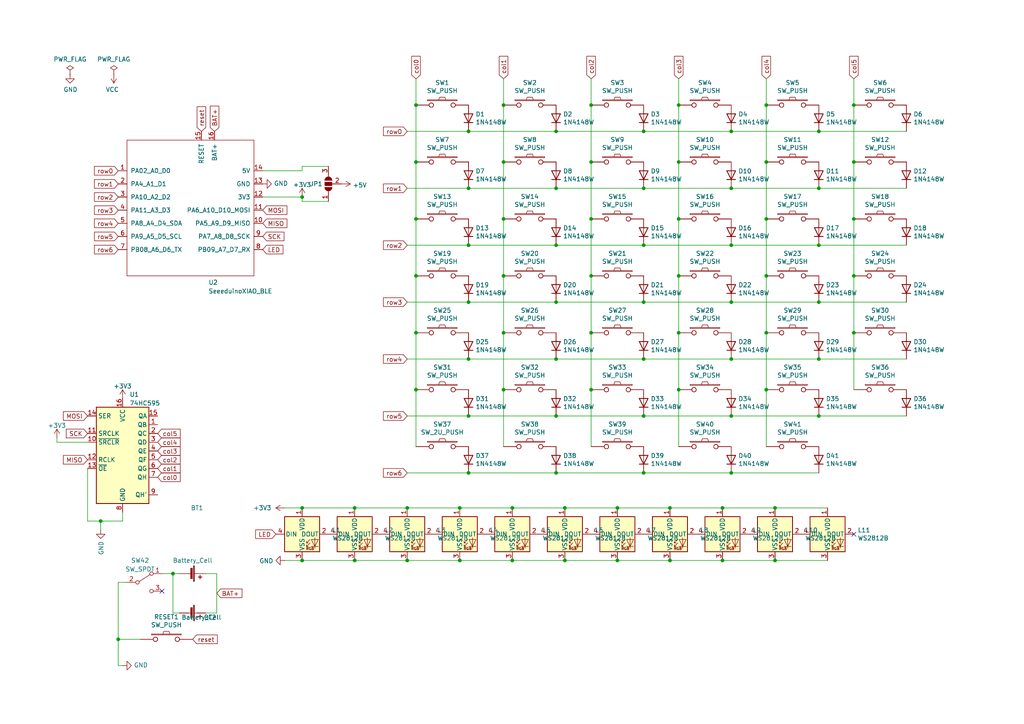
<source format=kicad_sch>
(kicad_sch (version 20231120) (generator "eeschema") (generator_version "8.0")
  (paper "A4")
  (title_block (title "REVIUNG41") (date "2019-12-18") (rev "1.3"))
  (junction (at 148.59 147.32))
  (junction (at 222.25 46.99))
  (junction (at 212.09 137.16))
  (junction (at 237.49 71.12))
  (junction (at 222.25 80.01))
  (junction (at 146.05 46.99))
  (junction (at 29.21 151.13))
  (junction (at 120.65 96.52))
  (junction (at 186.69 38.1))
  (junction (at 194.31 147.32))
  (junction (at 171.45 46.99))
  (junction (at 120.65 46.99))
  (junction (at 146.05 96.52))
  (junction (at 118.11 147.32))
  (junction (at 186.69 104.14))
  (junction (at 179.07 162.56))
  (junction (at 186.69 87.63))
  (junction (at 161.29 71.12))
  (junction (at 50.165 166.37))
  (junction (at 237.49 38.1))
  (junction (at 133.35 147.32))
  (junction (at 212.09 71.12))
  (junction (at 163.83 162.56))
  (junction (at 120.65 63.5))
  (junction (at 171.45 63.5))
  (junction (at 135.89 137.16))
  (junction (at 161.29 104.14))
  (junction (at 196.85 113.03))
  (junction (at 222.25 63.5))
  (junction (at 171.45 113.03))
  (junction (at 146.05 30.48))
  (junction (at 212.09 87.63))
  (junction (at 148.59 162.56))
  (junction (at 212.09 104.14))
  (junction (at 161.29 120.65))
  (junction (at 247.65 63.5))
  (junction (at 196.85 63.5))
  (junction (at 186.69 120.65))
  (junction (at 237.49 54.61))
  (junction (at 146.05 63.5))
  (junction (at 222.25 96.52))
  (junction (at 171.45 96.52))
  (junction (at 237.49 104.14))
  (junction (at 196.85 80.01))
  (junction (at 87.63 147.32))
  (junction (at 135.89 71.12))
  (junction (at 237.49 87.63))
  (junction (at 196.85 30.48))
  (junction (at 171.45 30.48))
  (junction (at 87.63 162.56))
  (junction (at 163.83 147.32))
  (junction (at 161.29 137.16))
  (junction (at 212.09 120.65))
  (junction (at 247.65 96.52))
  (junction (at 135.89 54.61))
  (junction (at 118.11 162.56))
  (junction (at 120.65 113.03))
  (junction (at 34.29 185.42))
  (junction (at 161.29 38.1))
  (junction (at 224.79 147.32))
  (junction (at 222.25 30.48))
  (junction (at 186.69 54.61))
  (junction (at 209.55 147.32))
  (junction (at 209.55 162.56))
  (junction (at 102.87 162.56))
  (junction (at 146.05 113.03))
  (junction (at 135.89 120.65))
  (junction (at 212.09 54.61))
  (junction (at 212.09 38.1))
  (junction (at 120.65 30.48))
  (junction (at 237.49 120.65))
  (junction (at 186.69 137.16))
  (junction (at 135.89 87.63))
  (junction (at 194.31 162.56))
  (junction (at 222.25 113.03))
  (junction (at 247.65 46.99))
  (junction (at 179.07 147.32))
  (junction (at 247.65 80.01))
  (junction (at 102.87 147.32))
  (junction (at 133.35 162.56))
  (junction (at 186.69 71.12))
  (junction (at 161.29 54.61))
  (junction (at 161.29 87.63))
  (junction (at 196.85 46.99))
  (junction (at 224.79 162.56))
  (junction (at 135.89 104.14))
  (junction (at 171.45 80.01))
  (junction (at 146.05 80.01))
  (junction (at 135.89 38.1))
  (junction (at 196.85 96.52))
  (junction (at 247.65 30.48))
  (junction (at 120.65 80.01))
  (junction (at 87.63 57.15))
  (no_connect (at 46.99 171.45))
  (no_connect (at 247.65 154.94))
  (wire (pts (xy 212.09 137.16) (xy 237.49 137.16)))
  (wire (pts (xy 135.89 54.61) (xy 161.29 54.61)))
  (wire (pts (xy 247.65 63.5) (xy 247.65 80.01)))
  (wire (pts (xy 146.05 30.48) (xy 146.05 46.99)))
  (wire (pts (xy 171.45 80.01) (xy 171.45 96.52)))
  (wire (pts (xy 50.165 166.37) (xy 50.165 177.8)))
  (wire (pts (xy 120.65 113.03) (xy 120.65 129.54)))
  (wire (pts (xy 222.25 113.03) (xy 222.25 129.54)))
  (wire (pts (xy 146.05 46.99) (xy 146.05 63.5)))
  (wire (pts (xy 50.165 166.37) (xy 52.07 166.37)))
  (wire (pts (xy 118.11 147.32) (xy 133.35 147.32)))
  (wire (pts (xy 40.64 185.42) (xy 34.29 185.42)))
  (wire (pts (xy 120.65 96.52) (xy 120.65 113.03)))
  (wire (pts (xy 146.05 63.5) (xy 146.05 80.01)))
  (wire (pts (xy 247.65 46.99) (xy 247.65 63.5)))
  (wire (pts (xy 25.4 128.27) (xy 16.51 128.27)))
  (wire (pts (xy 161.29 38.1) (xy 186.69 38.1)))
  (wire (pts (xy 171.45 113.03) (xy 171.45 129.54)))
  (wire (pts (xy 16.51 128.27) (xy 16.51 127)))
  (wire (pts (xy 163.83 147.32) (xy 179.07 147.32)))
  (wire (pts (xy 87.63 58.42) (xy 87.63 57.15)))
  (wire (pts (xy 82.55 162.56) (xy 87.63 162.56)))
  (wire (pts (xy 118.11 137.16) (xy 135.89 137.16)))
  (wire (pts (xy 50.165 177.8) (xy 52.07 177.8)))
  (wire (pts (xy 222.25 46.99) (xy 222.25 63.5)))
  (wire (pts (xy 148.59 162.56) (xy 163.83 162.56)))
  (wire (pts (xy 76.2 49.53) (xy 87.63 49.53)))
  (wire (pts (xy 196.85 113.03) (xy 196.85 129.54)))
  (wire (pts (xy 59.69 177.8) (xy 62.865 177.8)))
  (wire (pts (xy 120.65 46.99) (xy 120.65 63.5)))
  (wire (pts (xy 247.65 22.86) (xy 247.65 30.48)))
  (wire (pts (xy 135.89 87.63) (xy 161.29 87.63)))
  (wire (pts (xy 237.49 104.14) (xy 262.89 104.14)))
  (wire (pts (xy 186.69 71.12) (xy 212.09 71.12)))
  (wire (pts (xy 196.85 96.52) (xy 196.85 113.03)))
  (wire (pts (xy 95.25 48.26) (xy 87.63 48.26)))
  (wire (pts (xy 186.69 54.61) (xy 212.09 54.61)))
  (wire (pts (xy 212.09 54.61) (xy 237.49 54.61)))
  (wire (pts (xy 171.45 22.86) (xy 171.45 30.48)))
  (wire (pts (xy 171.45 96.52) (xy 171.45 113.03)))
  (wire (pts (xy 118.11 162.56) (xy 133.35 162.56)))
  (wire (pts (xy 161.29 120.65) (xy 186.69 120.65)))
  (wire (pts (xy 59.69 166.37) (xy 62.865 166.37)))
  (wire (pts (xy 36.83 168.91) (xy 34.29 168.91)))
  (wire (pts (xy 118.11 71.12) (xy 135.89 71.12)))
  (wire (pts (xy 146.05 22.86) (xy 146.05 30.48)))
  (wire (pts (xy 209.55 147.32) (xy 224.79 147.32)))
  (wire (pts (xy 46.99 166.37) (xy 50.165 166.37)))
  (wire (pts (xy 212.09 87.63) (xy 237.49 87.63)))
  (wire (pts (xy 118.11 87.63) (xy 135.89 87.63)))
  (wire (pts (xy 135.89 71.12) (xy 161.29 71.12)))
  (wire (pts (xy 163.83 162.56) (xy 179.07 162.56)))
  (wire (pts (xy 87.63 48.26) (xy 87.63 49.53)))
  (wire (pts (xy 237.49 87.63) (xy 262.89 87.63)))
  (wire (pts (xy 179.07 147.32) (xy 194.31 147.32)))
  (wire (pts (xy 25.4 151.13) (xy 29.21 151.13)))
  (wire (pts (xy 135.89 120.65) (xy 161.29 120.65)))
  (wire (pts (xy 29.21 153.67) (xy 29.21 151.13)))
  (wire (pts (xy 186.69 137.16) (xy 212.09 137.16)))
  (wire (pts (xy 224.79 147.32) (xy 240.03 147.32)))
  (wire (pts (xy 247.65 80.01) (xy 247.65 96.52)))
  (wire (pts (xy 118.11 38.1) (xy 135.89 38.1)))
  (wire (pts (xy 120.65 30.48) (xy 120.65 46.99)))
  (wire (pts (xy 212.09 38.1) (xy 237.49 38.1)))
  (wire (pts (xy 194.31 162.56) (xy 209.55 162.56)))
  (wire (pts (xy 212.09 120.65) (xy 237.49 120.65)))
  (wire (pts (xy 186.69 38.1) (xy 212.09 38.1)))
  (wire (pts (xy 161.29 104.14) (xy 186.69 104.14)))
  (wire (pts (xy 146.05 80.01) (xy 146.05 96.52)))
  (wire (pts (xy 222.25 96.52) (xy 222.25 113.03)))
  (wire (pts (xy 212.09 104.14) (xy 237.49 104.14)))
  (wire (pts (xy 133.35 162.56) (xy 148.59 162.56)))
  (wire (pts (xy 196.85 63.5) (xy 196.85 80.01)))
  (wire (pts (xy 186.69 104.14) (xy 212.09 104.14)))
  (wire (pts (xy 34.29 168.91) (xy 34.29 185.42)))
  (wire (pts (xy 118.11 104.14) (xy 135.89 104.14)))
  (wire (pts (xy 237.49 71.12) (xy 262.89 71.12)))
  (wire (pts (xy 186.69 120.65) (xy 212.09 120.65)))
  (wire (pts (xy 194.31 147.32) (xy 209.55 147.32)))
  (wire (pts (xy 35.56 151.13) (xy 29.21 151.13)))
  (wire (pts (xy 161.29 87.63) (xy 186.69 87.63)))
  (wire (pts (xy 161.29 137.16) (xy 186.69 137.16)))
  (wire (pts (xy 118.11 54.61) (xy 135.89 54.61)))
  (wire (pts (xy 171.45 46.99) (xy 171.45 63.5)))
  (wire (pts (xy 209.55 162.56) (xy 224.79 162.56)))
  (wire (pts (xy 196.85 22.86) (xy 196.85 30.48)))
  (wire (pts (xy 82.55 147.32) (xy 87.63 147.32)))
  (wire (pts (xy 237.49 38.1) (xy 262.89 38.1)))
  (wire (pts (xy 237.49 120.65) (xy 262.89 120.65)))
  (wire (pts (xy 95.25 58.42) (xy 87.63 58.42)))
  (wire (pts (xy 135.89 137.16) (xy 161.29 137.16)))
  (wire (pts (xy 222.25 30.48) (xy 222.25 46.99)))
  (wire (pts (xy 148.59 147.32) (xy 163.83 147.32)))
  (wire (pts (xy 133.35 147.32) (xy 148.59 147.32)))
  (wire (pts (xy 222.25 80.01) (xy 222.25 96.52)))
  (wire (pts (xy 186.69 87.63) (xy 212.09 87.63)))
  (wire (pts (xy 224.79 162.56) (xy 240.03 162.56)))
  (wire (pts (xy 62.865 166.37) (xy 62.865 177.8)))
  (wire (pts (xy 135.89 104.14) (xy 161.29 104.14)))
  (wire (pts (xy 120.65 63.5) (xy 120.65 80.01)))
  (wire (pts (xy 87.63 147.32) (xy 102.87 147.32)))
  (wire (pts (xy 76.2 57.15) (xy 87.63 57.15)))
  (wire (pts (xy 34.29 185.42) (xy 34.29 193.04)))
  (wire (pts (xy 212.09 71.12) (xy 237.49 71.12)))
  (wire (pts (xy 102.87 147.32) (xy 118.11 147.32)))
  (wire (pts (xy 222.25 63.5) (xy 222.25 80.01)))
  (wire (pts (xy 118.11 120.65) (xy 135.89 120.65)))
  (wire (pts (xy 196.85 30.48) (xy 196.85 46.99)))
  (wire (pts (xy 102.87 162.56) (xy 118.11 162.56)))
  (wire (pts (xy 35.56 148.59) (xy 35.56 151.13)))
  (wire (pts (xy 222.25 22.86) (xy 222.25 30.48)))
  (wire (pts (xy 35.56 193.04) (xy 34.29 193.04)))
  (wire (pts (xy 135.89 38.1) (xy 161.29 38.1)))
  (wire (pts (xy 196.85 80.01) (xy 196.85 96.52)))
  (wire (pts (xy 120.65 22.86) (xy 120.65 30.48)))
  (wire (pts (xy 146.05 113.03) (xy 146.05 129.54)))
  (wire (pts (xy 247.65 113.03) (xy 247.65 96.52)))
  (wire (pts (xy 179.07 162.56) (xy 194.31 162.56)))
  (wire (pts (xy 237.49 54.61) (xy 262.89 54.61)))
  (wire (pts (xy 171.45 63.5) (xy 171.45 80.01)))
  (wire (pts (xy 171.45 30.48) (xy 171.45 46.99)))
  (wire (pts (xy 102.87 162.56) (xy 87.63 162.56)))
  (wire (pts (xy 161.29 54.61) (xy 186.69 54.61)))
  (wire (pts (xy 196.85 46.99) (xy 196.85 63.5)))
  (wire (pts (xy 25.4 135.89) (xy 25.4 151.13)))
  (wire (pts (xy 247.65 30.48) (xy 247.65 46.99)))
  (wire (pts (xy 120.65 80.01) (xy 120.65 96.52)))
  (wire (pts (xy 146.05 96.52) (xy 146.05 113.03)))
  (wire (pts (xy 161.29 71.12) (xy 186.69 71.12)))
  (global_label "col4" (shape input) (at 222.25 22.86 90) (property "Intersheetrefs" "${INTERSHEET_REFS}" (effects (hide yes))))
  (global_label "LED" (shape input) (at 80.01 154.94 180) (property "Intersheetrefs" "${INTERSHEET_REFS}" (effects (hide yes))))
  (global_label "MISO" (shape input) (at 25.4 133.35 180) (property "Intersheetrefs" "${INTERSHEET_REFS}" (effects (hide yes))))
  (global_label "col1" (shape input) (at 45.72 135.89 0) (property "Intersheetrefs" "${INTERSHEET_REFS}" (effects (hide yes))))
  (global_label "MOSI" (shape input) (at 76.2 60.96 0) (property "Intersheetrefs" "${INTERSHEET_REFS}" (effects (hide yes))))
  (global_label "LED" (shape input) (at 76.2 72.39 0) (property "Intersheetrefs" "${INTERSHEET_REFS}" (effects (hide yes))))
  (global_label "row5" (shape input) (at 34.29 68.58 180) (property "Intersheetrefs" "${INTERSHEET_REFS}" (effects (hide yes))))
  (global_label "BAT+" (shape input) (at 62.23 38.1 90) (property "Intersheetrefs" "${INTERSHEET_REFS}" (effects (hide yes))))
  (global_label "row6" (shape input) (at 118.11 137.16 180) (property "Intersheetrefs" "${INTERSHEET_REFS}" (effects (hide yes))))
  (global_label "row1" (shape input) (at 118.11 54.61 180) (property "Intersheetrefs" "${INTERSHEET_REFS}" (effects (hide yes))))
  (global_label "row2" (shape input) (at 34.29 57.15 180) (property "Intersheetrefs" "${INTERSHEET_REFS}" (effects (hide yes))))
  (global_label "row2" (shape input) (at 118.11 71.12 180) (property "Intersheetrefs" "${INTERSHEET_REFS}" (effects (hide yes))))
  (global_label "col3" (shape input) (at 196.85 22.86 90) (property "Intersheetrefs" "${INTERSHEET_REFS}" (effects (hide yes))))
  (global_label "col5" (shape input) (at 247.65 22.86 90) (property "Intersheetrefs" "${INTERSHEET_REFS}" (effects (hide yes))))
  (global_label "row3" (shape input) (at 118.11 87.63 180) (property "Intersheetrefs" "${INTERSHEET_REFS}" (effects (hide yes))))
  (global_label "col2" (shape input) (at 171.45 22.86 90) (property "Intersheetrefs" "${INTERSHEET_REFS}" (effects (hide yes))))
  (global_label "col0" (shape input) (at 45.72 138.43 0) (property "Intersheetrefs" "${INTERSHEET_REFS}" (effects (hide yes))))
  (global_label "col0" (shape input) (at 120.65 22.86 90) (property "Intersheetrefs" "${INTERSHEET_REFS}" (effects (hide yes))))
  (global_label "col3" (shape input) (at 45.72 130.81 0) (property "Intersheetrefs" "${INTERSHEET_REFS}" (effects (hide yes))))
  (global_label "row0" (shape input) (at 118.11 38.1 180) (property "Intersheetrefs" "${INTERSHEET_REFS}" (effects (hide yes))))
  (global_label "col1" (shape input) (at 146.05 22.86 90) (property "Intersheetrefs" "${INTERSHEET_REFS}" (effects (hide yes))))
  (global_label "col4" (shape input) (at 45.72 128.27 0) (property "Intersheetrefs" "${INTERSHEET_REFS}" (effects (hide yes))))
  (global_label "col5" (shape input) (at 45.72 125.73 0) (property "Intersheetrefs" "${INTERSHEET_REFS}" (effects (hide yes))))
  (global_label "SCK" (shape input) (at 25.4 125.73 180) (property "Intersheetrefs" "${INTERSHEET_REFS}" (effects (hide yes))))
  (global_label "row1" (shape input) (at 34.29 53.34 180) (property "Intersheetrefs" "${INTERSHEET_REFS}" (effects (hide yes))))
  (global_label "MISO" (shape input) (at 76.2 64.77 0) (property "Intersheetrefs" "${INTERSHEET_REFS}" (effects (hide yes))))
  (global_label "row6" (shape input) (at 34.29 72.39 180) (property "Intersheetrefs" "${INTERSHEET_REFS}" (effects (hide yes))))
  (global_label "col2" (shape input) (at 45.72 133.35 0) (property "Intersheetrefs" "${INTERSHEET_REFS}" (effects (hide yes))))
  (global_label "row5" (shape input) (at 118.11 120.65 180) (property "Intersheetrefs" "${INTERSHEET_REFS}" (effects (hide yes))))
  (global_label "SCK" (shape input) (at 76.2 68.58 0) (property "Intersheetrefs" "${INTERSHEET_REFS}" (effects (hide yes))))
  (global_label "row0" (shape input) (at 34.29 49.53 180) (property "Intersheetrefs" "${INTERSHEET_REFS}" (effects (hide yes))))
  (global_label "BAT+" (shape input) (at 62.865 172.085 0) (property "Intersheetrefs" "${INTERSHEET_REFS}" (effects (hide yes))))
  (global_label "row3" (shape input) (at 34.29 60.96 180) (property "Intersheetrefs" "${INTERSHEET_REFS}" (effects (hide yes))))
  (global_label "reset" (shape input) (at 58.42 38.1 90) (property "Intersheetrefs" "${INTERSHEET_REFS}" (effects (hide yes))))
  (global_label "MOSI" (shape input) (at 25.4 120.65 180) (property "Intersheetrefs" "${INTERSHEET_REFS}" (effects (hide yes))))
  (global_label "row4" (shape input) (at 118.11 104.14 180) (property "Intersheetrefs" "${INTERSHEET_REFS}" (effects (hide yes))))
  (global_label "reset" (shape input) (at 55.88 185.42 0) (property "Intersheetrefs" "${INTERSHEET_REFS}" (effects (hide yes))))
  (global_label "row4" (shape input) (at 34.29 64.77 180) (property "Intersheetrefs" "${INTERSHEET_REFS}" (effects (hide yes))))
  (symbol (lib_id "power:PWR_FLAG") (at 20.32 21.59 0) (unit 1)
    (property "Reference" "#FLG01" (effects (hide yes)))
    (property "Value" "PWR_FLAG" (at 20.32 17.1958 0))
  )
  (symbol (lib_id "power:GND") (at 20.32 21.59 0) (unit 1)
    (property "Reference" "#PWR01" (effects (hide yes)))
    (property "Value" "GND" (at 20.447 25.9842 0))
  )
  (symbol (lib_id "power:PWR_FLAG") (at 33.02 21.59 0) (unit 1)
    (property "Reference" "#FLG02" (effects (hide yes)))
    (property "Value" "PWR_FLAG" (at 33.02 17.1958 0))
  )
  (symbol (lib_id "power:VCC") (at 33.02 21.59 180) (unit 1)
    (property "Reference" "#PWR02" (effects (hide yes)))
    (property "Value" "VCC" (at 32.5628 25.9842 0))
  )
  (symbol (lib_id "power:GND") (at 76.2 53.34 90) (unit 1)
    (property "Reference" "#PWR03" (effects (hide yes)))
    (property "Value" "GND" (at 79.4512 53.213 90) (effects (justify right)))
  )
  (symbol (lib_id "_reviung-kbd:SW_PUSH") (at 128.27 30.48 0) (unit 1)
    (property "Reference" "SW1" (at 128.27 24.003 0))
    (property "Value" "SW_PUSH" (at 128.27 26.3144 0))
    (property "Footprint" "_reviung-kbd:MXOnly-1U-Hotswap" (effects (hide yes)))
  )
  (symbol (lib_id "Diode:1N4148W") (at 135.89 34.29 90) (unit 1)
    (property "Reference" "D1" (at 137.922 33.1216 90) (effects (justify right)))
    (property "Value" "1N4148W" (at 137.922 35.433 90) (effects (justify right)))
    (property "Footprint" "_reviung-kbd:D3_SMD_1side" (effects (hide yes)))
    (property "Datasheet" "https://www.vishay.com/docs/85748/1n4148w.pdf" (effects (hide yes)))
  )
  (symbol (lib_id "_reviung-kbd:SW_PUSH") (at 153.67 30.48 0) (unit 1)
    (property "Reference" "SW2" (at 153.67 24.003 0))
    (property "Value" "SW_PUSH" (at 153.67 26.3144 0))
    (property "Footprint" "_reviung-kbd:MXOnly-1U-Hotswap" (effects (hide yes)))
  )
  (symbol (lib_id "Diode:1N4148W") (at 161.29 34.29 90) (unit 1)
    (property "Reference" "D2" (at 163.322 33.1216 90) (effects (justify right)))
    (property "Value" "1N4148W" (at 163.322 35.433 90) (effects (justify right)))
    (property "Footprint" "_reviung-kbd:D3_SMD_1side" (effects (hide yes)))
    (property "Datasheet" "https://www.vishay.com/docs/85748/1n4148w.pdf" (effects (hide yes)))
  )
  (symbol (lib_id "_reviung-kbd:SW_PUSH") (at 179.07 30.48 0) (unit 1)
    (property "Reference" "SW3" (at 179.07 24.003 0))
    (property "Value" "SW_PUSH" (at 179.07 26.3144 0))
    (property "Footprint" "_reviung-kbd:MXOnly-1U-Hotswap" (effects (hide yes)))
  )
  (symbol (lib_id "Diode:1N4148W") (at 186.69 34.29 90) (unit 1)
    (property "Reference" "D3" (at 188.722 33.1216 90) (effects (justify right)))
    (property "Value" "1N4148W" (at 188.722 35.433 90) (effects (justify right)))
    (property "Footprint" "_reviung-kbd:D3_SMD_1side" (effects (hide yes)))
    (property "Datasheet" "https://www.vishay.com/docs/85748/1n4148w.pdf" (effects (hide yes)))
  )
  (symbol (lib_id "_reviung-kbd:SW_PUSH") (at 204.47 30.48 0) (unit 1)
    (property "Reference" "SW4" (at 204.47 24.003 0))
    (property "Value" "SW_PUSH" (at 204.47 26.3144 0))
    (property "Footprint" "_reviung-kbd:MXOnly-1U-Hotswap" (effects (hide yes)))
  )
  (symbol (lib_id "Diode:1N4148W") (at 212.09 34.29 90) (unit 1)
    (property "Reference" "D4" (at 214.122 33.1216 90) (effects (justify right)))
    (property "Value" "1N4148W" (at 214.122 35.433 90) (effects (justify right)))
    (property "Footprint" "_reviung-kbd:D3_SMD_1side" (effects (hide yes)))
    (property "Datasheet" "https://www.vishay.com/docs/85748/1n4148w.pdf" (effects (hide yes)))
  )
  (symbol (lib_id "_reviung-kbd:SW_PUSH") (at 229.87 30.48 0) (unit 1)
    (property "Reference" "SW5" (at 229.87 24.003 0))
    (property "Value" "SW_PUSH" (at 229.87 26.3144 0))
    (property "Footprint" "_reviung-kbd:MXOnly-1U-Hotswap" (effects (hide yes)))
  )
  (symbol (lib_id "Diode:1N4148W") (at 237.49 34.29 90) (unit 1)
    (property "Reference" "D5" (at 239.522 33.1216 90) (effects (justify right)))
    (property "Value" "1N4148W" (at 239.522 35.433 90) (effects (justify right)))
    (property "Footprint" "_reviung-kbd:D3_SMD_1side" (effects (hide yes)))
    (property "Datasheet" "https://www.vishay.com/docs/85748/1n4148w.pdf" (effects (hide yes)))
  )
  (symbol (lib_id "_reviung-kbd:SW_PUSH") (at 255.27 30.48 0) (unit 1)
    (property "Reference" "SW6" (at 255.27 24.003 0))
    (property "Value" "SW_PUSH" (at 255.27 26.3144 0))
    (property "Footprint" "_reviung-kbd:MXOnly-1U-Hotswap" (effects (hide yes)))
  )
  (symbol (lib_id "Diode:1N4148W") (at 262.89 34.29 90) (unit 1)
    (property "Reference" "D6" (at 264.922 33.1216 90) (effects (justify right)))
    (property "Value" "1N4148W" (at 264.922 35.433 90) (effects (justify right)))
    (property "Footprint" "_reviung-kbd:D3_SMD_1side" (effects (hide yes)))
    (property "Datasheet" "https://www.vishay.com/docs/85748/1n4148w.pdf" (effects (hide yes)))
  )
  (symbol (lib_id "Diode:1N4148W") (at 212.09 50.8 90) (unit 1)
    (property "Reference" "D10" (at 214.122 49.6316 90) (effects (justify right)))
    (property "Value" "1N4148W" (at 214.122 51.943 90) (effects (justify right)))
    (property "Footprint" "_reviung-kbd:D3_SMD_1side" (effects (hide yes)))
    (property "Datasheet" "https://www.vishay.com/docs/85748/1n4148w.pdf" (effects (hide yes)))
  )
  (symbol (lib_id "_reviung-kbd:SW_PUSH") (at 204.47 46.99 0) (unit 1)
    (property "Reference" "SW10" (at 204.47 40.513 0))
    (property "Value" "SW_PUSH" (at 204.47 42.8244 0))
    (property "Footprint" "_reviung-kbd:MXOnly-1U-Hotswap" (effects (hide yes)))
  )
  (symbol (lib_id "Diode:1N4148W") (at 186.69 50.8 90) (unit 1)
    (property "Reference" "D9" (at 188.722 49.6316 90) (effects (justify right)))
    (property "Value" "1N4148W" (at 188.722 51.943 90) (effects (justify right)))
    (property "Footprint" "_reviung-kbd:D3_SMD_1side" (effects (hide yes)))
    (property "Datasheet" "https://www.vishay.com/docs/85748/1n4148w.pdf" (effects (hide yes)))
  )
  (symbol (lib_id "_reviung-kbd:SW_PUSH") (at 179.07 46.99 0) (unit 1)
    (property "Reference" "SW9" (at 179.07 40.513 0))
    (property "Value" "SW_PUSH" (at 179.07 42.8244 0))
    (property "Footprint" "_reviung-kbd:MXOnly-1U-Hotswap" (effects (hide yes)))
  )
  (symbol (lib_id "Diode:1N4148W") (at 161.29 50.8 90) (unit 1)
    (property "Reference" "D8" (at 163.322 49.6316 90) (effects (justify right)))
    (property "Value" "1N4148W" (at 163.322 51.943 90) (effects (justify right)))
    (property "Footprint" "_reviung-kbd:D3_SMD_1side" (effects (hide yes)))
    (property "Datasheet" "https://www.vishay.com/docs/85748/1n4148w.pdf" (effects (hide yes)))
  )
  (symbol (lib_id "_reviung-kbd:SW_PUSH") (at 153.67 46.99 0) (unit 1)
    (property "Reference" "SW8" (at 153.67 40.513 0))
    (property "Value" "SW_PUSH" (at 153.67 42.8244 0))
    (property "Footprint" "_reviung-kbd:MXOnly-1U-Hotswap" (effects (hide yes)))
  )
  (symbol (lib_id "Diode:1N4148W") (at 135.89 50.8 90) (unit 1)
    (property "Reference" "D7" (at 137.922 49.6316 90) (effects (justify right)))
    (property "Value" "1N4148W" (at 137.922 51.943 90) (effects (justify right)))
    (property "Footprint" "_reviung-kbd:D3_SMD_1side" (effects (hide yes)))
    (property "Datasheet" "https://www.vishay.com/docs/85748/1n4148w.pdf" (effects (hide yes)))
  )
  (symbol (lib_id "_reviung-kbd:SW_PUSH") (at 128.27 46.99 0) (unit 1)
    (property "Reference" "SW7" (at 128.27 40.513 0))
    (property "Value" "SW_PUSH" (at 128.27 42.8244 0))
    (property "Footprint" "_reviung-kbd:MXOnly-1U-Hotswap" (effects (hide yes)))
  )
  (symbol (lib_id "_reviung-kbd:SW_PUSH") (at 229.87 46.99 0) (unit 1)
    (property "Reference" "SW11" (at 229.87 40.513 0))
    (property "Value" "SW_PUSH" (at 229.87 42.8244 0))
    (property "Footprint" "_reviung-kbd:MXOnly-1U-Hotswap" (effects (hide yes)))
  )
  (symbol (lib_id "Diode:1N4148W") (at 237.49 50.8 90) (unit 1)
    (property "Reference" "D11" (at 239.522 49.6316 90) (effects (justify right)))
    (property "Value" "1N4148W" (at 239.522 51.943 90) (effects (justify right)))
    (property "Footprint" "_reviung-kbd:D3_SMD_1side" (effects (hide yes)))
    (property "Datasheet" "https://www.vishay.com/docs/85748/1n4148w.pdf" (effects (hide yes)))
  )
  (symbol (lib_id "_reviung-kbd:SW_PUSH") (at 255.27 46.99 0) (unit 1)
    (property "Reference" "SW12" (at 255.27 40.513 0))
    (property "Value" "SW_PUSH" (at 255.27 42.8244 0))
    (property "Footprint" "_reviung-kbd:MXOnly-1U-Hotswap" (effects (hide yes)))
  )
  (symbol (lib_id "Diode:1N4148W") (at 262.89 50.8 90) (unit 1)
    (property "Reference" "D12" (at 264.922 49.6316 90) (effects (justify right)))
    (property "Value" "1N4148W" (at 264.922 51.943 90) (effects (justify right)))
    (property "Footprint" "_reviung-kbd:D3_SMD_1side" (effects (hide yes)))
    (property "Datasheet" "https://www.vishay.com/docs/85748/1n4148w.pdf" (effects (hide yes)))
  )
  (symbol (lib_id "Diode:1N4148W") (at 212.09 67.31 90) (unit 1)
    (property "Reference" "D16" (at 214.122 66.1416 90) (effects (justify right)))
    (property "Value" "1N4148W" (at 214.122 68.453 90) (effects (justify right)))
    (property "Footprint" "_reviung-kbd:D3_SMD_1side" (effects (hide yes)))
    (property "Datasheet" "https://www.vishay.com/docs/85748/1n4148w.pdf" (effects (hide yes)))
  )
  (symbol (lib_id "_reviung-kbd:SW_PUSH") (at 204.47 63.5 0) (unit 1)
    (property "Reference" "SW16" (at 204.47 57.023 0))
    (property "Value" "SW_PUSH" (at 204.47 59.3344 0))
    (property "Footprint" "_reviung-kbd:MXOnly-1U-Hotswap" (effects (hide yes)))
  )
  (symbol (lib_id "Diode:1N4148W") (at 186.69 67.31 90) (unit 1)
    (property "Reference" "D15" (at 188.722 66.1416 90) (effects (justify right)))
    (property "Value" "1N4148W" (at 188.722 68.453 90) (effects (justify right)))
    (property "Footprint" "_reviung-kbd:D3_SMD_1side" (effects (hide yes)))
    (property "Datasheet" "https://www.vishay.com/docs/85748/1n4148w.pdf" (effects (hide yes)))
  )
  (symbol (lib_id "_reviung-kbd:SW_PUSH") (at 179.07 63.5 0) (unit 1)
    (property "Reference" "SW15" (at 179.07 57.023 0))
    (property "Value" "SW_PUSH" (at 179.07 59.3344 0))
    (property "Footprint" "_reviung-kbd:MXOnly-1U-Hotswap" (effects (hide yes)))
  )
  (symbol (lib_id "Diode:1N4148W") (at 161.29 67.31 90) (unit 1)
    (property "Reference" "D14" (at 163.322 66.1416 90) (effects (justify right)))
    (property "Value" "1N4148W" (at 163.322 68.453 90) (effects (justify right)))
    (property "Footprint" "_reviung-kbd:D3_SMD_1side" (effects (hide yes)))
    (property "Datasheet" "https://www.vishay.com/docs/85748/1n4148w.pdf" (effects (hide yes)))
  )
  (symbol (lib_id "_reviung-kbd:SW_PUSH") (at 153.67 63.5 0) (unit 1)
    (property "Reference" "SW14" (at 153.67 57.023 0))
    (property "Value" "SW_PUSH" (at 153.67 59.3344 0))
    (property "Footprint" "_reviung-kbd:MXOnly-1U-Hotswap" (effects (hide yes)))
  )
  (symbol (lib_id "Diode:1N4148W") (at 135.89 67.31 90) (unit 1)
    (property "Reference" "D13" (at 137.922 66.1416 90) (effects (justify right)))
    (property "Value" "1N4148W" (at 137.922 68.453 90) (effects (justify right)))
    (property "Footprint" "_reviung-kbd:D3_SMD_1side" (effects (hide yes)))
    (property "Datasheet" "https://www.vishay.com/docs/85748/1n4148w.pdf" (effects (hide yes)))
  )
  (symbol (lib_id "_reviung-kbd:SW_PUSH") (at 128.27 63.5 0) (unit 1)
    (property "Reference" "SW13" (at 128.27 57.023 0))
    (property "Value" "SW_PUSH" (at 128.27 59.3344 0))
    (property "Footprint" "_reviung-kbd:MXOnly-1U-Hotswap" (effects (hide yes)))
  )
  (symbol (lib_id "_reviung-kbd:SW_PUSH") (at 229.87 63.5 0) (unit 1)
    (property "Reference" "SW17" (at 229.87 57.023 0))
    (property "Value" "SW_PUSH" (at 229.87 59.3344 0))
    (property "Footprint" "_reviung-kbd:MXOnly-1U-Hotswap" (effects (hide yes)))
  )
  (symbol (lib_id "Diode:1N4148W") (at 237.49 67.31 90) (unit 1)
    (property "Reference" "D17" (at 239.522 66.1416 90) (effects (justify right)))
    (property "Value" "1N4148W" (at 239.522 68.453 90) (effects (justify right)))
    (property "Footprint" "_reviung-kbd:D3_SMD_1side" (effects (hide yes)))
    (property "Datasheet" "https://www.vishay.com/docs/85748/1n4148w.pdf" (effects (hide yes)))
  )
  (symbol (lib_id "_reviung-kbd:SW_PUSH") (at 255.27 63.5 0) (unit 1)
    (property "Reference" "SW18" (at 255.27 57.023 0))
    (property "Value" "SW_PUSH" (at 255.27 59.3344 0))
    (property "Footprint" "_reviung-kbd:MXOnly-1U-Hotswap" (effects (hide yes)))
  )
  (symbol (lib_id "Diode:1N4148W") (at 262.89 67.31 90) (unit 1)
    (property "Reference" "D18" (at 264.922 66.1416 90) (effects (justify right)))
    (property "Value" "1N4148W" (at 264.922 68.453 90) (effects (justify right)))
    (property "Footprint" "_reviung-kbd:D3_SMD_1side" (effects (hide yes)))
    (property "Datasheet" "https://www.vishay.com/docs/85748/1n4148w.pdf" (effects (hide yes)))
  )
  (symbol (lib_id "Diode:1N4148W") (at 212.09 83.82 90) (unit 1)
    (property "Reference" "D22" (at 214.122 82.6516 90) (effects (justify right)))
    (property "Value" "1N4148W" (at 214.122 84.963 90) (effects (justify right)))
    (property "Footprint" "_reviung-kbd:D3_SMD_1side" (effects (hide yes)))
    (property "Datasheet" "https://www.vishay.com/docs/85748/1n4148w.pdf" (effects (hide yes)))
  )
  (symbol (lib_id "_reviung-kbd:SW_PUSH") (at 204.47 80.01 0) (unit 1)
    (property "Reference" "SW22" (at 204.47 73.533 0))
    (property "Value" "SW_PUSH" (at 204.47 75.8444 0))
    (property "Footprint" "_reviung-kbd:MXOnly-1U-Hotswap" (effects (hide yes)))
  )
  (symbol (lib_id "Diode:1N4148W") (at 186.69 83.82 90) (unit 1)
    (property "Reference" "D21" (at 188.722 82.6516 90) (effects (justify right)))
    (property "Value" "1N4148W" (at 188.722 84.963 90) (effects (justify right)))
    (property "Footprint" "_reviung-kbd:D3_SMD_1side" (effects (hide yes)))
    (property "Datasheet" "https://www.vishay.com/docs/85748/1n4148w.pdf" (effects (hide yes)))
  )
  (symbol (lib_id "_reviung-kbd:SW_PUSH") (at 179.07 80.01 0) (unit 1)
    (property "Reference" "SW21" (at 179.07 73.533 0))
    (property "Value" "SW_PUSH" (at 179.07 75.8444 0))
    (property "Footprint" "_reviung-kbd:MXOnly-1U-Hotswap" (effects (hide yes)))
  )
  (symbol (lib_id "Diode:1N4148W") (at 161.29 83.82 90) (unit 1)
    (property "Reference" "D20" (at 163.322 82.6516 90) (effects (justify right)))
    (property "Value" "1N4148W" (at 163.322 84.963 90) (effects (justify right)))
    (property "Footprint" "_reviung-kbd:D3_SMD_1side" (effects (hide yes)))
    (property "Datasheet" "https://www.vishay.com/docs/85748/1n4148w.pdf" (effects (hide yes)))
  )
  (symbol (lib_id "_reviung-kbd:SW_PUSH") (at 153.67 80.01 0) (unit 1)
    (property "Reference" "SW20" (at 153.67 73.533 0))
    (property "Value" "SW_PUSH" (at 153.67 75.8444 0))
    (property "Footprint" "_reviung-kbd:MXOnly-1U-Hotswap" (effects (hide yes)))
  )
  (symbol (lib_id "Diode:1N4148W") (at 135.89 83.82 90) (unit 1)
    (property "Reference" "D19" (at 137.922 82.6516 90) (effects (justify right)))
    (property "Value" "1N4148W" (at 137.922 84.963 90) (effects (justify right)))
    (property "Footprint" "_reviung-kbd:D3_SMD_1side" (effects (hide yes)))
    (property "Datasheet" "https://www.vishay.com/docs/85748/1n4148w.pdf" (effects (hide yes)))
  )
  (symbol (lib_id "_reviung-kbd:SW_PUSH") (at 128.27 80.01 0) (unit 1)
    (property "Reference" "SW19" (at 128.27 73.533 0))
    (property "Value" "SW_PUSH" (at 128.27 75.8444 0))
    (property "Footprint" "_reviung-kbd:MXOnly-1U-Hotswap" (effects (hide yes)))
  )
  (symbol (lib_id "_reviung-kbd:SW_PUSH") (at 229.87 80.01 0) (unit 1)
    (property "Reference" "SW23" (at 229.87 73.533 0))
    (property "Value" "SW_PUSH" (at 229.87 75.8444 0))
    (property "Footprint" "_reviung-kbd:MXOnly-1U-Hotswap" (effects (hide yes)))
  )
  (symbol (lib_id "Diode:1N4148W") (at 237.49 83.82 90) (unit 1)
    (property "Reference" "D23" (at 239.522 82.6516 90) (effects (justify right)))
    (property "Value" "1N4148W" (at 239.522 84.963 90) (effects (justify right)))
    (property "Footprint" "_reviung-kbd:D3_SMD_1side" (effects (hide yes)))
    (property "Datasheet" "https://www.vishay.com/docs/85748/1n4148w.pdf" (effects (hide yes)))
  )
  (symbol (lib_id "_reviung-kbd:SW_PUSH") (at 255.27 80.01 0) (unit 1)
    (property "Reference" "SW24" (at 255.27 73.533 0))
    (property "Value" "SW_PUSH" (at 255.27 75.8444 0))
    (property "Footprint" "_reviung-kbd:MXOnly-1U-Hotswap" (effects (hide yes)))
  )
  (symbol (lib_id "Diode:1N4148W") (at 262.89 83.82 90) (unit 1)
    (property "Reference" "D24" (at 264.922 82.6516 90) (effects (justify right)))
    (property "Value" "1N4148W" (at 264.922 84.963 90) (effects (justify right)))
    (property "Footprint" "_reviung-kbd:D3_SMD_1side" (effects (hide yes)))
    (property "Datasheet" "https://www.vishay.com/docs/85748/1n4148w.pdf" (effects (hide yes)))
  )
  (symbol (lib_id "Diode:1N4148W") (at 212.09 100.33 90) (unit 1)
    (property "Reference" "D28" (at 214.122 99.1616 90) (effects (justify right)))
    (property "Value" "1N4148W" (at 214.122 101.473 90) (effects (justify right)))
    (property "Footprint" "_reviung-kbd:D3_SMD_1side" (effects (hide yes)))
    (property "Datasheet" "https://www.vishay.com/docs/85748/1n4148w.pdf" (effects (hide yes)))
  )
  (symbol (lib_id "_reviung-kbd:SW_PUSH") (at 204.47 96.52 0) (unit 1)
    (property "Reference" "SW28" (at 204.47 90.043 0))
    (property "Value" "SW_PUSH" (at 204.47 92.3544 0))
    (property "Footprint" "_reviung-kbd:MXOnly-1U-Hotswap" (effects (hide yes)))
  )
  (symbol (lib_id "Diode:1N4148W") (at 186.69 100.33 90) (unit 1)
    (property "Reference" "D27" (at 188.722 99.1616 90) (effects (justify right)))
    (property "Value" "1N4148W" (at 188.722 101.473 90) (effects (justify right)))
    (property "Footprint" "_reviung-kbd:D3_SMD_1side" (effects (hide yes)))
    (property "Datasheet" "https://www.vishay.com/docs/85748/1n4148w.pdf" (effects (hide yes)))
  )
  (symbol (lib_id "_reviung-kbd:SW_PUSH") (at 179.07 96.52 0) (unit 1)
    (property "Reference" "SW27" (at 179.07 90.043 0))
    (property "Value" "SW_PUSH" (at 179.07 92.3544 0))
    (property "Footprint" "_reviung-kbd:MXOnly-1U-Hotswap" (effects (hide yes)))
  )
  (symbol (lib_id "Diode:1N4148W") (at 161.29 100.33 90) (unit 1)
    (property "Reference" "D26" (at 163.322 99.1616 90) (effects (justify right)))
    (property "Value" "1N4148W" (at 163.322 101.473 90) (effects (justify right)))
    (property "Footprint" "_reviung-kbd:D3_SMD_1side" (effects (hide yes)))
    (property "Datasheet" "https://www.vishay.com/docs/85748/1n4148w.pdf" (effects (hide yes)))
  )
  (symbol (lib_id "_reviung-kbd:SW_PUSH") (at 153.67 96.52 0) (unit 1)
    (property "Reference" "SW26" (at 153.67 90.043 0))
    (property "Value" "SW_PUSH" (at 153.67 92.3544 0))
    (property "Footprint" "_reviung-kbd:MXOnly-1U-Hotswap" (effects (hide yes)))
  )
  (symbol (lib_id "Diode:1N4148W") (at 135.89 100.33 90) (unit 1)
    (property "Reference" "D25" (at 137.922 99.1616 90) (effects (justify right)))
    (property "Value" "1N4148W" (at 137.922 101.473 90) (effects (justify right)))
    (property "Footprint" "_reviung-kbd:D3_SMD_1side" (effects (hide yes)))
    (property "Datasheet" "https://www.vishay.com/docs/85748/1n4148w.pdf" (effects (hide yes)))
  )
  (symbol (lib_id "_reviung-kbd:SW_PUSH") (at 128.27 96.52 0) (unit 1)
    (property "Reference" "SW25" (at 128.27 90.043 0))
    (property "Value" "SW_PUSH" (at 128.27 92.3544 0))
    (property "Footprint" "_reviung-kbd:MXOnly-1U-Hotswap" (effects (hide yes)))
  )
  (symbol (lib_id "_reviung-kbd:SW_PUSH") (at 229.87 96.52 0) (unit 1)
    (property "Reference" "SW29" (at 229.87 90.043 0))
    (property "Value" "SW_PUSH" (at 229.87 92.3544 0))
    (property "Footprint" "_reviung-kbd:MXOnly-1U-Hotswap" (effects (hide yes)))
  )
  (symbol (lib_id "Diode:1N4148W") (at 237.49 100.33 90) (unit 1)
    (property "Reference" "D29" (at 239.522 99.1616 90) (effects (justify right)))
    (property "Value" "1N4148W" (at 239.522 101.473 90) (effects (justify right)))
    (property "Footprint" "_reviung-kbd:D3_SMD_1side" (effects (hide yes)))
    (property "Datasheet" "https://www.vishay.com/docs/85748/1n4148w.pdf" (effects (hide yes)))
  )
  (symbol (lib_id "_reviung-kbd:SW_PUSH") (at 255.27 96.52 0) (unit 1)
    (property "Reference" "SW30" (at 255.27 90.043 0))
    (property "Value" "SW_PUSH" (at 255.27 92.3544 0))
    (property "Footprint" "_reviung-kbd:MXOnly-1U-Hotswap" (effects (hide yes)))
  )
  (symbol (lib_id "Diode:1N4148W") (at 262.89 100.33 90) (unit 1)
    (property "Reference" "D30" (at 264.922 99.1616 90) (effects (justify right)))
    (property "Value" "1N4148W" (at 264.922 101.473 90) (effects (justify right)))
    (property "Footprint" "_reviung-kbd:D3_SMD_1side" (effects (hide yes)))
    (property "Datasheet" "https://www.vishay.com/docs/85748/1n4148w.pdf" (effects (hide yes)))
  )
  (symbol (lib_id "Diode:1N4148W") (at 212.09 116.84 90) (unit 1)
    (property "Reference" "D34" (at 214.122 115.6716 90) (effects (justify right)))
    (property "Value" "1N4148W" (at 214.122 117.983 90) (effects (justify right)))
    (property "Footprint" "_reviung-kbd:D3_SMD_1side" (effects (hide yes)))
    (property "Datasheet" "https://www.vishay.com/docs/85748/1n4148w.pdf" (effects (hide yes)))
  )
  (symbol (lib_id "_reviung-kbd:SW_PUSH") (at 204.47 113.03 0) (unit 1)
    (property "Reference" "SW34" (at 204.47 106.553 0))
    (property "Value" "SW_PUSH" (at 204.47 108.8644 0))
    (property "Footprint" "_reviung-kbd:MXOnly-1U-Hotswap" (effects (hide yes)))
  )
  (symbol (lib_id "Diode:1N4148W") (at 186.69 116.84 90) (unit 1)
    (property "Reference" "D33" (at 188.722 115.6716 90) (effects (justify right)))
    (property "Value" "1N4148W" (at 188.722 117.983 90) (effects (justify right)))
    (property "Footprint" "_reviung-kbd:D3_SMD_1side" (effects (hide yes)))
    (property "Datasheet" "https://www.vishay.com/docs/85748/1n4148w.pdf" (effects (hide yes)))
  )
  (symbol (lib_id "_reviung-kbd:SW_PUSH") (at 179.07 113.03 0) (unit 1)
    (property "Reference" "SW33" (at 179.07 106.553 0))
    (property "Value" "SW_PUSH" (at 179.07 108.8644 0))
    (property "Footprint" "_reviung-kbd:MXOnly-1U-Hotswap" (effects (hide yes)))
  )
  (symbol (lib_id "Diode:1N4148W") (at 161.29 116.84 90) (unit 1)
    (property "Reference" "D32" (at 163.322 115.6716 90) (effects (justify right)))
    (property "Value" "1N4148W" (at 163.322 117.983 90) (effects (justify right)))
    (property "Footprint" "_reviung-kbd:D3_SMD_1side" (effects (hide yes)))
    (property "Datasheet" "https://www.vishay.com/docs/85748/1n4148w.pdf" (effects (hide yes)))
  )
  (symbol (lib_id "_reviung-kbd:SW_PUSH") (at 153.67 113.03 0) (unit 1)
    (property "Reference" "SW32" (at 153.67 106.553 0))
    (property "Value" "SW_PUSH" (at 153.67 108.8644 0))
    (property "Footprint" "_reviung-kbd:MXOnly-1U-Hotswap" (effects (hide yes)))
  )
  (symbol (lib_id "Diode:1N4148W") (at 135.89 116.84 90) (unit 1)
    (property "Reference" "D31" (at 137.922 115.6716 90) (effects (justify right)))
    (property "Value" "1N4148W" (at 137.922 117.983 90) (effects (justify right)))
    (property "Footprint" "_reviung-kbd:D3_SMD_1side" (effects (hide yes)))
    (property "Datasheet" "https://www.vishay.com/docs/85748/1n4148w.pdf" (effects (hide yes)))
  )
  (symbol (lib_id "_reviung-kbd:SW_PUSH") (at 128.27 113.03 0) (unit 1)
    (property "Reference" "SW31" (at 128.27 106.553 0))
    (property "Value" "SW_PUSH" (at 128.27 108.8644 0))
    (property "Footprint" "_reviung-kbd:MXOnly-1U-Hotswap" (effects (hide yes)))
  )
  (symbol (lib_id "_reviung-kbd:SW_PUSH") (at 229.87 113.03 0) (unit 1)
    (property "Reference" "SW35" (at 229.87 106.553 0))
    (property "Value" "SW_PUSH" (at 229.87 108.8644 0))
    (property "Footprint" "_reviung-kbd:MXOnly-1U-Hotswap" (effects (hide yes)))
  )
  (symbol (lib_id "Diode:1N4148W") (at 237.49 116.84 90) (unit 1)
    (property "Reference" "D35" (at 239.522 115.6716 90) (effects (justify right)))
    (property "Value" "1N4148W" (at 239.522 117.983 90) (effects (justify right)))
    (property "Footprint" "_reviung-kbd:D3_SMD_1side" (effects (hide yes)))
    (property "Datasheet" "https://www.vishay.com/docs/85748/1n4148w.pdf" (effects (hide yes)))
  )
  (symbol (lib_id "_reviung-kbd:SW_PUSH") (at 255.27 113.03 0) (unit 1)
    (property "Reference" "SW36" (at 255.27 106.553 0))
    (property "Value" "SW_PUSH" (at 255.27 108.8644 0))
    (property "Footprint" "_reviung-kbd:MXOnly-1U-Hotswap" (effects (hide yes)))
  )
  (symbol (lib_id "Diode:1N4148W") (at 262.89 116.84 90) (unit 1)
    (property "Reference" "D36" (at 264.922 115.6716 90) (effects (justify right)))
    (property "Value" "1N4148W" (at 264.922 117.983 90) (effects (justify right)))
    (property "Footprint" "_reviung-kbd:D3_SMD_1side" (effects (hide yes)))
    (property "Datasheet" "https://www.vishay.com/docs/85748/1n4148w.pdf" (effects (hide yes)))
  )
  (symbol (lib_id "Diode:1N4148W") (at 212.09 133.35 90) (unit 1)
    (property "Reference" "D40" (at 214.122 132.1816 90) (effects (justify right)))
    (property "Value" "1N4148W" (at 214.122 134.493 90) (effects (justify right)))
    (property "Footprint" "_reviung-kbd:D3_SMD_1side" (effects (hide yes)))
    (property "Datasheet" "https://www.vishay.com/docs/85748/1n4148w.pdf" (effects (hide yes)))
  )
  (symbol (lib_id "_reviung-kbd:SW_PUSH") (at 204.47 129.54 0) (unit 1)
    (property "Reference" "SW40" (at 204.47 123.063 0))
    (property "Value" "SW_PUSH" (at 204.47 125.3744 0))
    (property "Footprint" "kbd:MXOnly-1U-Hotswap" (effects (hide yes)))
  )
  (symbol (lib_id "Diode:1N4148W") (at 186.69 133.35 90) (unit 1)
    (property "Reference" "D39" (at 188.722 132.1816 90) (effects (justify right)))
    (property "Value" "1N4148W" (at 188.722 134.493 90) (effects (justify right)))
    (property "Footprint" "_reviung-kbd:D3_SMD_1side" (effects (hide yes)))
    (property "Datasheet" "https://www.vishay.com/docs/85748/1n4148w.pdf" (effects (hide yes)))
  )
  (symbol (lib_id "_reviung-kbd:SW_PUSH") (at 179.07 129.54 0) (unit 1)
    (property "Reference" "SW39" (at 179.07 123.063 0))
    (property "Value" "SW_PUSH" (at 179.07 125.3744 0))
    (property "Footprint" "kbd:MXOnly-1U-Hotswap" (effects (hide yes)))
  )
  (symbol (lib_id "Diode:1N4148W") (at 161.29 133.35 90) (unit 1)
    (property "Reference" "D38" (at 163.322 132.1816 90) (effects (justify right)))
    (property "Value" "1N4148W" (at 163.322 134.493 90) (effects (justify right)))
    (property "Footprint" "_reviung-kbd:D3_SMD_1side" (effects (hide yes)))
    (property "Datasheet" "https://www.vishay.com/docs/85748/1n4148w.pdf" (effects (hide yes)))
  )
  (symbol (lib_id "_reviung-kbd:SW_PUSH") (at 153.67 129.54 0) (unit 1)
    (property "Reference" "SW38" (at 153.67 123.063 0))
    (property "Value" "SW_PUSH" (at 153.67 125.3744 0))
    (property "Footprint" "kbd:MXOnly-1U-Hotswap" (effects (hide yes)))
  )
  (symbol (lib_id "Diode:1N4148W") (at 135.89 133.35 90) (unit 1)
    (property "Reference" "D37" (at 137.922 132.1816 90) (effects (justify right)))
    (property "Value" "1N4148W" (at 137.922 134.493 90) (effects (justify right)))
    (property "Footprint" "_reviung-kbd:D3_SMD_1side" (effects (hide yes)))
    (property "Datasheet" "https://www.vishay.com/docs/85748/1n4148w.pdf" (effects (hide yes)))
  )
  (symbol (lib_id "_reviung-kbd:SW_PUSH") (at 128.27 129.54 0) (unit 1)
    (property "Reference" "SW37" (at 128.27 123.063 0))
    (property "Value" "SW_2U_PUSH" (at 128.27 125.3744 0))
    (property "Footprint" "kbd:MXOnly-2U-Hotswap-ReversedStabilizers" (effects (hide yes)))
  )
  (symbol (lib_id "_reviung-kbd:SW_PUSH") (at 229.87 129.54 0) (unit 1)
    (property "Reference" "SW41" (at 229.87 123.063 0))
    (property "Value" "SW_PUSH" (at 229.87 125.3744 0))
    (property "Footprint" "kbd:MXOnly-1U-Hotswap" (effects (hide yes)))
  )
  (symbol (lib_id "Diode:1N4148W") (at 237.49 133.35 90) (unit 1)
    (property "Reference" "D41" (at 239.522 132.1816 90) (effects (justify right)))
    (property "Value" "1N4148W" (at 239.522 134.493 90) (effects (justify right)))
    (property "Footprint" "_reviung-kbd:D3_SMD_1side" (effects (hide yes)))
    (property "Datasheet" "https://www.vishay.com/docs/85748/1n4148w.pdf" (effects (hide yes)))
  )
  (symbol (lib_id "_reviung-kbd:SW_PUSH") (at 48.26 185.42 0) (unit 1)
    (property "Reference" "RESET1" (at 48.26 178.943 0))
    (property "Value" "SW_PUSH" (at 48.26 181.2544 0))
    (property "Footprint" "_reviung-kbd:ResetSW_1side" (effects (hide yes)))
  )
  (symbol (lib_id "power:GND") (at 35.56 193.04 90) (unit 1)
    (property "Reference" "#PWR08" (effects (hide yes)))
    (property "Value" "GND" (at 38.8112 192.913 90) (effects (justify right)))
  )
  (symbol (lib_id "power:GND") (at 82.55 162.56 270) (unit 1)
    (property "Reference" "#PWR07" (effects (hide yes)))
    (property "Value" "GND" (at 79.2988 162.687 90) (effects (justify right)))
  )
  (symbol (lib_id "LED:WS2812B") (at 87.63 154.94 0) (unit 1)
    (property "Reference" "L1" (at 96.3676 153.7716 0) (effects (justify left)))
    (property "Value" "WS2812B" (at 96.3676 156.083 0) (effects (justify left)))
    (property "Footprint" "_reviung-kbd:LED_WS2812B_PLCC4_5.0x5.0mm_P3.2mm" (effects (hide yes)))
    (property "Datasheet" "https://cdn-shop.adafruit.com/datasheets/WS2812B.pdf" (effects (hide yes)))
  )
  (symbol (lib_id "LED:WS2812B") (at 102.87 154.94 0) (unit 1)
    (property "Reference" "L2" (at 111.6076 153.7716 0) (effects (justify left)))
    (property "Value" "WS2812B" (at 111.6076 156.083 0) (effects (justify left)))
    (property "Footprint" "_reviung-kbd:LED_WS2812B_PLCC4_5.0x5.0mm_P3.2mm" (effects (hide yes)))
    (property "Datasheet" "https://cdn-shop.adafruit.com/datasheets/WS2812B.pdf" (effects (hide yes)))
  )
  (symbol (lib_id "LED:WS2812B") (at 118.11 154.94 0) (unit 1)
    (property "Reference" "L3" (at 126.8476 153.7716 0) (effects (justify left)))
    (property "Value" "WS2812B" (at 126.8476 156.083 0) (effects (justify left)))
    (property "Footprint" "_reviung-kbd:LED_WS2812B_PLCC4_5.0x5.0mm_P3.2mm" (effects (hide yes)))
    (property "Datasheet" "https://cdn-shop.adafruit.com/datasheets/WS2812B.pdf" (effects (hide yes)))
  )
  (symbol (lib_id "LED:WS2812B") (at 133.35 154.94 0) (unit 1)
    (property "Reference" "L4" (at 142.0876 153.7716 0) (effects (justify left)))
    (property "Value" "WS2812B" (at 142.0876 156.083 0) (effects (justify left)))
    (property "Footprint" "_reviung-kbd:LED_WS2812B_PLCC4_5.0x5.0mm_P3.2mm" (effects (hide yes)))
    (property "Datasheet" "https://cdn-shop.adafruit.com/datasheets/WS2812B.pdf" (effects (hide yes)))
  )
  (symbol (lib_id "LED:WS2812B") (at 148.59 154.94 0) (unit 1)
    (property "Reference" "L5" (at 157.3276 153.7716 0) (effects (justify left)))
    (property "Value" "WS2812B" (at 157.3276 156.083 0) (effects (justify left)))
    (property "Footprint" "_reviung-kbd:LED_WS2812B_PLCC4_5.0x5.0mm_P3.2mm" (effects (hide yes)))
    (property "Datasheet" "https://cdn-shop.adafruit.com/datasheets/WS2812B.pdf" (effects (hide yes)))
  )
  (symbol (lib_id "LED:WS2812B") (at 163.83 154.94 0) (unit 1)
    (property "Reference" "L6" (at 172.5676 153.7716 0) (effects (justify left)))
    (property "Value" "WS2812B" (at 172.5676 156.083 0) (effects (justify left)))
    (property "Footprint" "_reviung-kbd:LED_WS2812B_PLCC4_5.0x5.0mm_P3.2mm" (effects (hide yes)))
    (property "Datasheet" "https://cdn-shop.adafruit.com/datasheets/WS2812B.pdf" (effects (hide yes)))
  )
  (symbol (lib_id "LED:WS2812B") (at 179.07 154.94 0) (unit 1)
    (property "Reference" "L7" (at 187.8076 153.7716 0) (effects (justify left)))
    (property "Value" "WS2812B" (at 187.8076 156.083 0) (effects (justify left)))
    (property "Footprint" "_reviung-kbd:LED_WS2812B_PLCC4_5.0x5.0mm_P3.2mm" (effects (hide yes)))
    (property "Datasheet" "https://cdn-shop.adafruit.com/datasheets/WS2812B.pdf" (effects (hide yes)))
  )
  (symbol (lib_id "LED:WS2812B") (at 194.31 154.94 0) (unit 1)
    (property "Reference" "L8" (at 203.0476 153.7716 0) (effects (justify left)))
    (property "Value" "WS2812B" (at 203.0476 156.083 0) (effects (justify left)))
    (property "Footprint" "_reviung-kbd:LED_WS2812B_PLCC4_5.0x5.0mm_P3.2mm" (effects (hide yes)))
    (property "Datasheet" "https://cdn-shop.adafruit.com/datasheets/WS2812B.pdf" (effects (hide yes)))
  )
  (symbol (lib_id "LED:WS2812B") (at 209.55 154.94 0) (unit 1)
    (property "Reference" "L9" (at 218.2876 153.7716 0) (effects (justify left)))
    (property "Value" "WS2812B" (at 218.2876 156.083 0) (effects (justify left)))
    (property "Footprint" "_reviung-kbd:LED_WS2812B_PLCC4_5.0x5.0mm_P3.2mm" (effects (hide yes)))
    (property "Datasheet" "https://cdn-shop.adafruit.com/datasheets/WS2812B.pdf" (effects (hide yes)))
  )
  (symbol (lib_id "LED:WS2812B") (at 224.79 154.94 0) (unit 1)
    (property "Reference" "L10" (at 233.5276 153.7716 0) (effects (justify left)))
    (property "Value" "WS2812B" (at 233.5276 156.083 0) (effects (justify left)))
    (property "Footprint" "_reviung-kbd:LED_WS2812B_PLCC4_5.0x5.0mm_P3.2mm" (effects (hide yes)))
    (property "Datasheet" "https://cdn-shop.adafruit.com/datasheets/WS2812B.pdf" (effects (hide yes)))
  )
  (symbol (lib_id "LED:WS2812B") (at 240.03 154.94 0) (unit 1)
    (property "Reference" "L11" (at 248.7676 153.7716 0) (effects (justify left)))
    (property "Value" "WS2812B" (at 248.7676 156.083 0) (effects (justify left)))
    (property "Footprint" "_reviung-kbd:LED_WS2812B_PLCC4_5.0x5.0mm_P3.2mm" (effects (hide yes)))
    (property "Datasheet" "https://cdn-shop.adafruit.com/datasheets/WS2812B.pdf" (effects (hide yes)))
  )
  (symbol (lib_id "power:+3V3") (at 16.51 127 0) (unit 1)
    (property "Reference" "#PWR012" (effects (hide yes)))
    (property "Value" "+3V3" (at 16.51 123.4242 0))
  )
  (symbol (lib_id "power:+3V3") (at 35.56 115.57 0) (unit 1)
    (property "Reference" "#PWR011" (effects (hide yes)))
    (property "Value" "+3V3" (at 35.56 111.9942 0))
  )
  (symbol (lib_id "Switch:SW_SPDT") (at 41.91 168.91 0) (unit 1)
    (property "Reference" "SW42" (at 40.64 162.56 0))
    (property "Value" "SW_SPDT" (at 40.64 165.1 0))
    (property "Footprint" "Button_Switch_SMD:SW_SPDT_PCM12" (effects (hide yes)))
    (property "LCSC Part Number" "C221841" (effects (hide yes)))
  )
  (symbol (lib_id "74xx:74HC595") (at 35.56 130.81 0) (unit 1)
    (property "Reference" "U1" (at 37.5794 114.4102 0) (effects (justify left)))
    (property "Value" "74HC595" (at 37.5794 116.9471 0) (effects (justify left)))
    (property "Footprint" "Package_SO:SOIC-16_3.9x9.9mm_P1.27mm" (effects (hide yes)))
    (property "Datasheet" "http://www.ti.com/lit/ds/symlink/sn74hc595.pdf" (effects (hide yes)))
    (property "LCSC Part Number" "C10092" (effects (hide yes)))
  )
  (symbol (lib_id "power:+3V3") (at 82.55 147.32 90) (unit 1)
    (property "Reference" "#PWR04" (effects (hide yes)))
    (property "Value" "+3V3" (at 78.74 147.3199 90) (effects (justify left)))
  )
  (symbol (lib_id "41_1350_pcb-rescue:SolderJumper_3_Open-Jumper") (at 95.25 53.34 90) (unit 1)
    (property "Reference" "JP1" (at 93.5482 53.34 90) (effects (justify left)))
    (property "Value" "SolderJumper_3_Open" (effects (hide yes)))
    (property "Footprint" "Jumper:SolderJumper-3_P1.3mm_Open_RoundedPad1.0x1.5mm" (effects (hide yes)))
  )
  (symbol (lib_id "power:+3V3") (at 87.63 57.15 0) (unit 1)
    (property "Reference" "#PWR09" (effects (hide yes)))
    (property "Value" "+3V3" (at 87.63 53.5742 0))
  )
  (symbol (lib_id "power:+5V") (at 99.06 53.34 270) (unit 1)
    (property "Reference" "#PWR010" (effects (hide yes)))
    (property "Value" "+5V" (at 102.3112 53.721 90) (effects (justify left)))
  )
  (symbol (lib_id "power:GND") (at 29.21 153.67 0) (unit 1)
    (property "Reference" "#PWR013" (effects (hide yes)))
    (property "Value" "GND" (at 29.337 156.9212 90) (effects (justify right)))
  )
  (symbol (lib_id "Device:Battery_Cell") (at 54.61 166.37 270) (unit 1)
    (property "Reference" "BT1" (at 57.15 147.32 90))
    (property "Value" "Battery_Cell" (at 55.88 162.56 90))
    (property "Footprint" "revxlp:cell_pads" (effects (hide yes)))
  )
  (symbol (lib_id "Seeeduino XIAO:SeeeduinoXIAO_BLE") (at 55.88 60.96 0) (unit 1)
    (property "Reference" "U2" (at 60.4394 81.9134 0) (effects (justify left)))
    (property "Value" "SeeeduinoXIAO_BLE" (at 60.4394 84.4503 0) (effects (justify left)))
    (property "Footprint" "revxlp:SeeeduinoXIAO-WideMouth-2.54-21X17.8MM" (effects (hide yes)))
  )
  (symbol (lib_name "Battery_Cell_1") (lib_id "Device:Battery_Cell") (at 54.61 177.8 270) (unit 1)
    (property "Reference" "BT2" (at 60.96 179.07 90))
    (property "Value" "Battery_Cell" (at 58.42 179.07 90))
    (property "Footprint" "Connector_JST:JST_SH_SM02B-SRSS-TB_1x02-1MP_P1.00mm_Horizontal" (effects (hide yes)))
    (property "lcsc part number" "C160402" (effects (hide yes)))
  )
)
</source>
